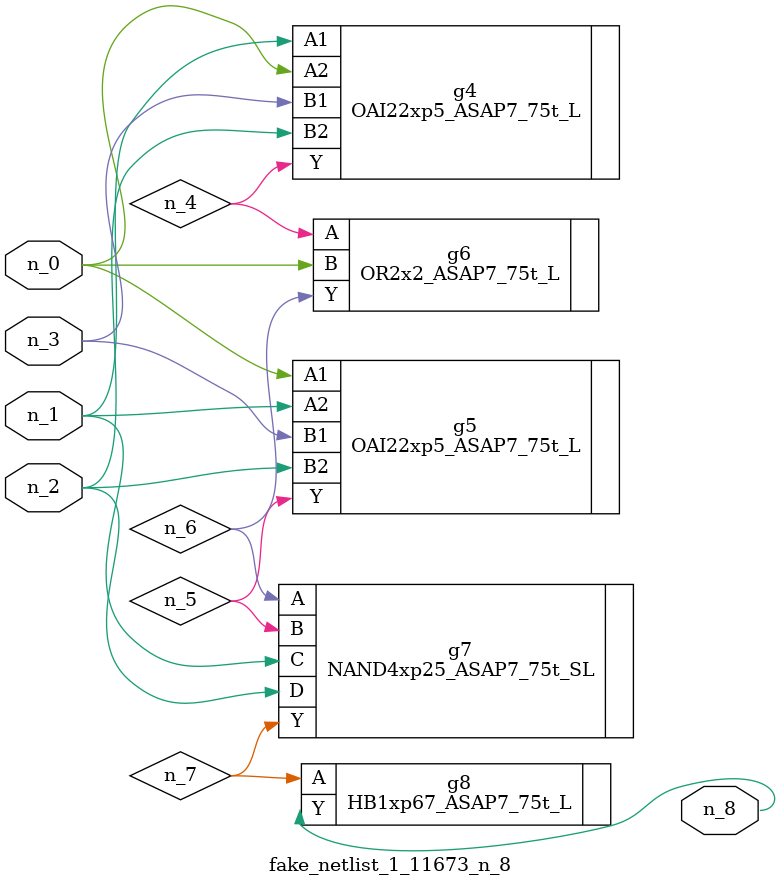
<source format=v>
module fake_netlist_1_11673_n_8 (n_3, n_1, n_2, n_0, n_8);
input n_3;
input n_1;
input n_2;
input n_0;
output n_8;
wire n_6;
wire n_4;
wire n_5;
wire n_7;
OAI22xp5_ASAP7_75t_L g4 ( .A1(n_1), .A2(n_0), .B1(n_3), .B2(n_2), .Y(n_4) );
OAI22xp5_ASAP7_75t_L g5 ( .A1(n_0), .A2(n_1), .B1(n_3), .B2(n_2), .Y(n_5) );
OR2x2_ASAP7_75t_L g6 ( .A(n_4), .B(n_0), .Y(n_6) );
NAND4xp25_ASAP7_75t_SL g7 ( .A(n_6), .B(n_5), .C(n_1), .D(n_2), .Y(n_7) );
HB1xp67_ASAP7_75t_L g8 ( .A(n_7), .Y(n_8) );
endmodule
</source>
